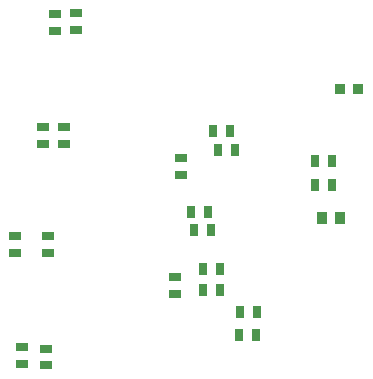
<source format=gbp>
G04*
G04 #@! TF.GenerationSoftware,Altium Limited,Altium Designer,22.0.2 (36)*
G04*
G04 Layer_Color=128*
%FSLAX25Y25*%
%MOIN*%
G70*
G04*
G04 #@! TF.SameCoordinates,DBB72687-BCFA-4FA8-90DC-81D55A498374*
G04*
G04*
G04 #@! TF.FilePolarity,Positive*
G04*
G01*
G75*
%ADD16R,0.03071X0.03898*%
%ADD23R,0.03898X0.03071*%
G04:AMPARAMS|DCode=79|XSize=36.61mil|YSize=36.61mil|CornerRadius=9.15mil|HoleSize=0mil|Usage=FLASHONLY|Rotation=0.000|XOffset=0mil|YOffset=0mil|HoleType=Round|Shape=RoundedRectangle|*
%AMROUNDEDRECTD79*
21,1,0.03661,0.01831,0,0,0.0*
21,1,0.01831,0.03661,0,0,0.0*
1,1,0.01831,0.00915,-0.00915*
1,1,0.01831,-0.00915,-0.00915*
1,1,0.01831,-0.00915,0.00915*
1,1,0.01831,0.00915,0.00915*
%
%ADD79ROUNDEDRECTD79*%
%ADD80R,0.03189X0.03858*%
D16*
X197744Y35500D02*
D03*
X203256D02*
D03*
X202756Y28000D02*
D03*
X197244D02*
D03*
X222744Y86000D02*
D03*
X228256D02*
D03*
X194256Y96000D02*
D03*
X188744D02*
D03*
X228256Y78000D02*
D03*
X222744D02*
D03*
X190244Y89500D02*
D03*
X195756D02*
D03*
X187756Y63000D02*
D03*
X182244D02*
D03*
X181244Y69000D02*
D03*
X186756D02*
D03*
X190756Y43000D02*
D03*
X185244D02*
D03*
Y50000D02*
D03*
X190756D02*
D03*
D23*
X176000Y41744D02*
D03*
Y47256D02*
D03*
X178000Y86756D02*
D03*
Y81244D02*
D03*
X133500Y60756D02*
D03*
Y55244D02*
D03*
X122500Y60756D02*
D03*
Y55244D02*
D03*
X132000Y97256D02*
D03*
Y91744D02*
D03*
X139000Y97256D02*
D03*
Y91744D02*
D03*
X143000Y135256D02*
D03*
Y129744D02*
D03*
X136000Y134756D02*
D03*
Y129244D02*
D03*
X132893Y23310D02*
D03*
Y17798D02*
D03*
X124893Y23810D02*
D03*
Y18298D02*
D03*
D79*
X231047Y110000D02*
D03*
X236953D02*
D03*
D80*
X224965Y67000D02*
D03*
X231035D02*
D03*
M02*

</source>
